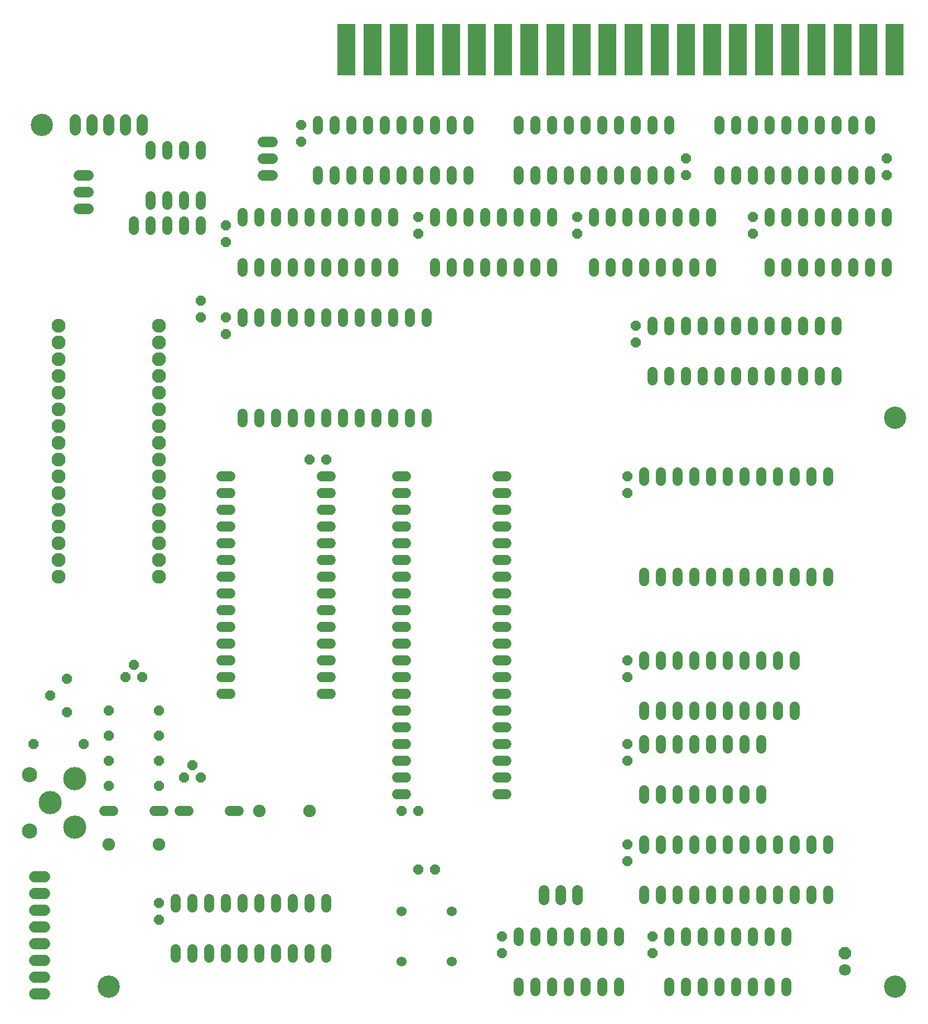
<source format=gts>
G04 EAGLE Gerber RS-274X export*
G75*
%MOMM*%
%FSLAX34Y34*%
%LPD*%
%INSoldermask Top*%
%IPPOS*%
%AMOC8*
5,1,8,0,0,1.08239X$1,22.5*%
G01*
%ADD10C,3.378200*%
%ADD11C,1.524000*%
%ADD12P,1.649562X8X292.500000*%
%ADD13P,1.951982X8X112.500000*%
%ADD14C,1.803400*%
%ADD15R,2.743200X7.823200*%
%ADD16C,1.524000*%
%ADD17C,1.625600*%
%ADD18C,1.903200*%
%ADD19P,1.649562X8X22.500000*%
%ADD20P,1.649562X8X202.500000*%
%ADD21C,2.108200*%
%ADD22C,3.519200*%
%ADD23C,2.303200*%
%ADD24C,1.727200*%
%ADD25P,1.649562X8X112.500000*%


D10*
X1473200Y-546100D03*
X1473200Y317500D03*
X279400Y-546100D03*
X177800Y762000D03*
D11*
X1104900Y387604D02*
X1104900Y374396D01*
X1130300Y374396D02*
X1130300Y387604D01*
X1155700Y387604D02*
X1155700Y374396D01*
X1181100Y374396D02*
X1181100Y387604D01*
X1206500Y387604D02*
X1206500Y374396D01*
X1231900Y374396D02*
X1231900Y387604D01*
X1257300Y387604D02*
X1257300Y374396D01*
X1282700Y374396D02*
X1282700Y387604D01*
X1308100Y387604D02*
X1308100Y374396D01*
X1333500Y374396D02*
X1333500Y387604D01*
X1358900Y387604D02*
X1358900Y374396D01*
X1384300Y374396D02*
X1384300Y387604D01*
X1384300Y450596D02*
X1384300Y463804D01*
X1358900Y463804D02*
X1358900Y450596D01*
X1333500Y450596D02*
X1333500Y463804D01*
X1308100Y463804D02*
X1308100Y450596D01*
X1282700Y450596D02*
X1282700Y463804D01*
X1257300Y463804D02*
X1257300Y450596D01*
X1231900Y450596D02*
X1231900Y463804D01*
X1206500Y463804D02*
X1206500Y450596D01*
X1181100Y450596D02*
X1181100Y463804D01*
X1155700Y463804D02*
X1155700Y450596D01*
X1130300Y450596D02*
X1130300Y463804D01*
X1104900Y463804D02*
X1104900Y450596D01*
D12*
X1066800Y-50800D03*
X1066800Y-76200D03*
X1066800Y-177800D03*
X1066800Y-203200D03*
D13*
X1397000Y-495300D03*
D14*
X1397000Y-520700D03*
D15*
X1472692Y876300D03*
X1433068Y876300D03*
X1393444Y876300D03*
X1353820Y876300D03*
X1314196Y876300D03*
X1274572Y876300D03*
X1234948Y876300D03*
X1195324Y876300D03*
X1155700Y876300D03*
X1076452Y876300D03*
X1116076Y876300D03*
X1036828Y876300D03*
X997204Y876300D03*
X957580Y876300D03*
X917956Y876300D03*
X878332Y876300D03*
X838708Y876300D03*
X799084Y876300D03*
X759460Y876300D03*
X719836Y876300D03*
X680212Y876300D03*
X640588Y876300D03*
D11*
X1282700Y552704D02*
X1282700Y539496D01*
X1308100Y539496D02*
X1308100Y552704D01*
X1435100Y552704D02*
X1435100Y539496D01*
X1460500Y539496D02*
X1460500Y552704D01*
X1333500Y552704D02*
X1333500Y539496D01*
X1358900Y539496D02*
X1358900Y552704D01*
X1409700Y552704D02*
X1409700Y539496D01*
X1384300Y539496D02*
X1384300Y552704D01*
X1460500Y615696D02*
X1460500Y628904D01*
X1435100Y628904D02*
X1435100Y615696D01*
X1409700Y615696D02*
X1409700Y628904D01*
X1384300Y628904D02*
X1384300Y615696D01*
X1358900Y615696D02*
X1358900Y628904D01*
X1333500Y628904D02*
X1333500Y615696D01*
X1308100Y615696D02*
X1308100Y628904D01*
X1282700Y628904D02*
X1282700Y615696D01*
X1016000Y552704D02*
X1016000Y539496D01*
X1041400Y539496D02*
X1041400Y552704D01*
X1168400Y552704D02*
X1168400Y539496D01*
X1193800Y539496D02*
X1193800Y552704D01*
X1066800Y552704D02*
X1066800Y539496D01*
X1092200Y539496D02*
X1092200Y552704D01*
X1143000Y552704D02*
X1143000Y539496D01*
X1117600Y539496D02*
X1117600Y552704D01*
X1193800Y615696D02*
X1193800Y628904D01*
X1168400Y628904D02*
X1168400Y615696D01*
X1143000Y615696D02*
X1143000Y628904D01*
X1117600Y628904D02*
X1117600Y615696D01*
X1092200Y615696D02*
X1092200Y628904D01*
X1066800Y628904D02*
X1066800Y615696D01*
X1041400Y615696D02*
X1041400Y628904D01*
X1016000Y628904D02*
X1016000Y615696D01*
X774700Y552704D02*
X774700Y539496D01*
X800100Y539496D02*
X800100Y552704D01*
X927100Y552704D02*
X927100Y539496D01*
X952500Y539496D02*
X952500Y552704D01*
X825500Y552704D02*
X825500Y539496D01*
X850900Y539496D02*
X850900Y552704D01*
X901700Y552704D02*
X901700Y539496D01*
X876300Y539496D02*
X876300Y552704D01*
X952500Y615696D02*
X952500Y628904D01*
X927100Y628904D02*
X927100Y615696D01*
X901700Y615696D02*
X901700Y628904D01*
X876300Y628904D02*
X876300Y615696D01*
X850900Y615696D02*
X850900Y628904D01*
X825500Y628904D02*
X825500Y615696D01*
X800100Y615696D02*
X800100Y628904D01*
X774700Y628904D02*
X774700Y615696D01*
X482600Y324104D02*
X482600Y310896D01*
X508000Y310896D02*
X508000Y324104D01*
X533400Y324104D02*
X533400Y310896D01*
X558800Y310896D02*
X558800Y324104D01*
X584200Y324104D02*
X584200Y310896D01*
X609600Y310896D02*
X609600Y324104D01*
X635000Y324104D02*
X635000Y310896D01*
X660400Y310896D02*
X660400Y324104D01*
X685800Y324104D02*
X685800Y310896D01*
X711200Y310896D02*
X711200Y324104D01*
X736600Y324104D02*
X736600Y310896D01*
X762000Y310896D02*
X762000Y324104D01*
X762000Y463296D02*
X762000Y476504D01*
X736600Y476504D02*
X736600Y463296D01*
X711200Y463296D02*
X711200Y476504D01*
X685800Y476504D02*
X685800Y463296D01*
X660400Y463296D02*
X660400Y476504D01*
X635000Y476504D02*
X635000Y463296D01*
X609600Y463296D02*
X609600Y476504D01*
X584200Y476504D02*
X584200Y463296D01*
X558800Y463296D02*
X558800Y476504D01*
X533400Y476504D02*
X533400Y463296D01*
X508000Y463296D02*
X508000Y476504D01*
X482600Y476504D02*
X482600Y463296D01*
X717296Y228600D02*
X730504Y228600D01*
X730504Y203200D02*
X717296Y203200D01*
X717296Y76200D02*
X730504Y76200D01*
X730504Y50800D02*
X717296Y50800D01*
X717296Y177800D02*
X730504Y177800D01*
X730504Y152400D02*
X717296Y152400D01*
X717296Y101600D02*
X730504Y101600D01*
X730504Y127000D02*
X717296Y127000D01*
X717296Y25400D02*
X730504Y25400D01*
X730504Y0D02*
X717296Y0D01*
X717296Y-25400D02*
X730504Y-25400D01*
X730504Y-50800D02*
X717296Y-50800D01*
X717296Y-76200D02*
X730504Y-76200D01*
X730504Y-101600D02*
X717296Y-101600D01*
X717296Y-127000D02*
X730504Y-127000D01*
X730504Y-152400D02*
X717296Y-152400D01*
X717296Y-177800D02*
X730504Y-177800D01*
X730504Y-203200D02*
X717296Y-203200D01*
X717296Y-228600D02*
X730504Y-228600D01*
X730504Y-254000D02*
X717296Y-254000D01*
X869696Y-254000D02*
X882904Y-254000D01*
X882904Y-228600D02*
X869696Y-228600D01*
X869696Y-203200D02*
X882904Y-203200D01*
X882904Y-177800D02*
X869696Y-177800D01*
X869696Y-152400D02*
X882904Y-152400D01*
X882904Y-127000D02*
X869696Y-127000D01*
X869696Y-101600D02*
X882904Y-101600D01*
X882904Y-76200D02*
X869696Y-76200D01*
X869696Y-50800D02*
X882904Y-50800D01*
X882904Y-25400D02*
X869696Y-25400D01*
X869696Y0D02*
X882904Y0D01*
X882904Y25400D02*
X869696Y25400D01*
X869696Y50800D02*
X882904Y50800D01*
X882904Y76200D02*
X869696Y76200D01*
X869696Y101600D02*
X882904Y101600D01*
X882904Y127000D02*
X869696Y127000D01*
X869696Y152400D02*
X882904Y152400D01*
X882904Y177800D02*
X869696Y177800D01*
X869696Y203200D02*
X882904Y203200D01*
X882904Y228600D02*
X869696Y228600D01*
X1092200Y82804D02*
X1092200Y69596D01*
X1117600Y69596D02*
X1117600Y82804D01*
X1244600Y82804D02*
X1244600Y69596D01*
X1270000Y69596D02*
X1270000Y82804D01*
X1143000Y82804D02*
X1143000Y69596D01*
X1168400Y69596D02*
X1168400Y82804D01*
X1219200Y82804D02*
X1219200Y69596D01*
X1193800Y69596D02*
X1193800Y82804D01*
X1295400Y82804D02*
X1295400Y69596D01*
X1320800Y69596D02*
X1320800Y82804D01*
X1346200Y82804D02*
X1346200Y69596D01*
X1371600Y69596D02*
X1371600Y82804D01*
X1371600Y221996D02*
X1371600Y235204D01*
X1346200Y235204D02*
X1346200Y221996D01*
X1320800Y221996D02*
X1320800Y235204D01*
X1295400Y235204D02*
X1295400Y221996D01*
X1270000Y221996D02*
X1270000Y235204D01*
X1244600Y235204D02*
X1244600Y221996D01*
X1219200Y221996D02*
X1219200Y235204D01*
X1193800Y235204D02*
X1193800Y221996D01*
X1168400Y221996D02*
X1168400Y235204D01*
X1143000Y235204D02*
X1143000Y221996D01*
X1117600Y221996D02*
X1117600Y235204D01*
X1092200Y235204D02*
X1092200Y221996D01*
X1092200Y-120396D02*
X1092200Y-133604D01*
X1117600Y-133604D02*
X1117600Y-120396D01*
X1244600Y-120396D02*
X1244600Y-133604D01*
X1270000Y-133604D02*
X1270000Y-120396D01*
X1143000Y-120396D02*
X1143000Y-133604D01*
X1168400Y-133604D02*
X1168400Y-120396D01*
X1219200Y-120396D02*
X1219200Y-133604D01*
X1193800Y-133604D02*
X1193800Y-120396D01*
X1295400Y-120396D02*
X1295400Y-133604D01*
X1320800Y-133604D02*
X1320800Y-120396D01*
X1320800Y-57404D02*
X1320800Y-44196D01*
X1295400Y-44196D02*
X1295400Y-57404D01*
X1270000Y-57404D02*
X1270000Y-44196D01*
X1244600Y-44196D02*
X1244600Y-57404D01*
X1219200Y-57404D02*
X1219200Y-44196D01*
X1193800Y-44196D02*
X1193800Y-57404D01*
X1168400Y-57404D02*
X1168400Y-44196D01*
X1143000Y-44196D02*
X1143000Y-57404D01*
X1117600Y-57404D02*
X1117600Y-44196D01*
X1092200Y-44196D02*
X1092200Y-57404D01*
X1092200Y-247396D02*
X1092200Y-260604D01*
X1117600Y-260604D02*
X1117600Y-247396D01*
X1244600Y-247396D02*
X1244600Y-260604D01*
X1270000Y-260604D02*
X1270000Y-247396D01*
X1143000Y-247396D02*
X1143000Y-260604D01*
X1168400Y-260604D02*
X1168400Y-247396D01*
X1219200Y-247396D02*
X1219200Y-260604D01*
X1193800Y-260604D02*
X1193800Y-247396D01*
X1270000Y-184404D02*
X1270000Y-171196D01*
X1244600Y-171196D02*
X1244600Y-184404D01*
X1219200Y-184404D02*
X1219200Y-171196D01*
X1193800Y-171196D02*
X1193800Y-184404D01*
X1168400Y-184404D02*
X1168400Y-171196D01*
X1143000Y-171196D02*
X1143000Y-184404D01*
X1117600Y-184404D02*
X1117600Y-171196D01*
X1092200Y-171196D02*
X1092200Y-184404D01*
X1092200Y-399796D02*
X1092200Y-413004D01*
X1117600Y-413004D02*
X1117600Y-399796D01*
X1143000Y-399796D02*
X1143000Y-413004D01*
X1168400Y-413004D02*
X1168400Y-399796D01*
X1193800Y-399796D02*
X1193800Y-413004D01*
X1219200Y-413004D02*
X1219200Y-399796D01*
X1244600Y-399796D02*
X1244600Y-413004D01*
X1270000Y-413004D02*
X1270000Y-399796D01*
X1295400Y-399796D02*
X1295400Y-413004D01*
X1320800Y-413004D02*
X1320800Y-399796D01*
X1346200Y-399796D02*
X1346200Y-413004D01*
X1371600Y-413004D02*
X1371600Y-399796D01*
X1371600Y-336804D02*
X1371600Y-323596D01*
X1346200Y-323596D02*
X1346200Y-336804D01*
X1320800Y-336804D02*
X1320800Y-323596D01*
X1295400Y-323596D02*
X1295400Y-336804D01*
X1270000Y-336804D02*
X1270000Y-323596D01*
X1244600Y-323596D02*
X1244600Y-336804D01*
X1219200Y-336804D02*
X1219200Y-323596D01*
X1193800Y-323596D02*
X1193800Y-336804D01*
X1168400Y-336804D02*
X1168400Y-323596D01*
X1143000Y-323596D02*
X1143000Y-336804D01*
X1117600Y-336804D02*
X1117600Y-323596D01*
X1092200Y-323596D02*
X1092200Y-336804D01*
X1130300Y-539496D02*
X1130300Y-552704D01*
X1155700Y-552704D02*
X1155700Y-539496D01*
X1282700Y-539496D02*
X1282700Y-552704D01*
X1308100Y-552704D02*
X1308100Y-539496D01*
X1181100Y-539496D02*
X1181100Y-552704D01*
X1206500Y-552704D02*
X1206500Y-539496D01*
X1257300Y-539496D02*
X1257300Y-552704D01*
X1231900Y-552704D02*
X1231900Y-539496D01*
X1308100Y-476504D02*
X1308100Y-463296D01*
X1282700Y-463296D02*
X1282700Y-476504D01*
X1257300Y-476504D02*
X1257300Y-463296D01*
X1231900Y-463296D02*
X1231900Y-476504D01*
X1206500Y-476504D02*
X1206500Y-463296D01*
X1181100Y-463296D02*
X1181100Y-476504D01*
X1155700Y-476504D02*
X1155700Y-463296D01*
X1130300Y-463296D02*
X1130300Y-476504D01*
D16*
X723900Y-508000D03*
X800100Y-508000D03*
X800100Y-431800D03*
X723900Y-431800D03*
D11*
X901700Y-539496D02*
X901700Y-552704D01*
X927100Y-552704D02*
X927100Y-539496D01*
X1054100Y-539496D02*
X1054100Y-552704D01*
X1054100Y-476504D02*
X1054100Y-463296D01*
X952500Y-539496D02*
X952500Y-552704D01*
X977900Y-552704D02*
X977900Y-539496D01*
X1028700Y-539496D02*
X1028700Y-552704D01*
X1003300Y-552704D02*
X1003300Y-539496D01*
X1028700Y-476504D02*
X1028700Y-463296D01*
X1003300Y-463296D02*
X1003300Y-476504D01*
X977900Y-476504D02*
X977900Y-463296D01*
X952500Y-463296D02*
X952500Y-476504D01*
X927100Y-476504D02*
X927100Y-463296D01*
X901700Y-463296D02*
X901700Y-476504D01*
D17*
X939800Y-413512D02*
X939800Y-399288D01*
X965200Y-399288D02*
X965200Y-413512D01*
X990600Y-413512D02*
X990600Y-399288D01*
D18*
X355600Y-330200D03*
X279400Y-330200D03*
D11*
X348996Y-279400D02*
X362204Y-279400D01*
X286004Y-279400D02*
X272796Y-279400D01*
X463296Y-279400D02*
X476504Y-279400D01*
X400304Y-279400D02*
X387096Y-279400D01*
D18*
X584200Y-279400D03*
X508000Y-279400D03*
D19*
X330200Y-76200D03*
X317500Y-57150D03*
X304800Y-76200D03*
X419100Y-228600D03*
X406400Y-209550D03*
X393700Y-228600D03*
X279400Y-127000D03*
X355600Y-127000D03*
D20*
X355600Y-165100D03*
X279400Y-165100D03*
X355600Y-203200D03*
X279400Y-203200D03*
D19*
X279400Y-241300D03*
X355600Y-241300D03*
D12*
X215900Y-128778D03*
X215900Y-78486D03*
X190500Y-103632D03*
D20*
X241300Y-177800D03*
X165100Y-177800D03*
D11*
X1435100Y755396D02*
X1435100Y768604D01*
X1409700Y768604D02*
X1409700Y755396D01*
X1282700Y755396D02*
X1282700Y768604D01*
X1257300Y768604D02*
X1257300Y755396D01*
X1384300Y755396D02*
X1384300Y768604D01*
X1358900Y768604D02*
X1358900Y755396D01*
X1308100Y755396D02*
X1308100Y768604D01*
X1333500Y768604D02*
X1333500Y755396D01*
X1231900Y755396D02*
X1231900Y768604D01*
X1206500Y768604D02*
X1206500Y755396D01*
X1206500Y692404D02*
X1206500Y679196D01*
X1231900Y679196D02*
X1231900Y692404D01*
X1257300Y692404D02*
X1257300Y679196D01*
X1282700Y679196D02*
X1282700Y692404D01*
X1308100Y692404D02*
X1308100Y679196D01*
X1333500Y679196D02*
X1333500Y692404D01*
X1358900Y692404D02*
X1358900Y679196D01*
X1384300Y679196D02*
X1384300Y692404D01*
X1409700Y692404D02*
X1409700Y679196D01*
X1435100Y679196D02*
X1435100Y692404D01*
X1130300Y755396D02*
X1130300Y768604D01*
X1104900Y768604D02*
X1104900Y755396D01*
X977900Y755396D02*
X977900Y768604D01*
X952500Y768604D02*
X952500Y755396D01*
X1079500Y755396D02*
X1079500Y768604D01*
X1054100Y768604D02*
X1054100Y755396D01*
X1003300Y755396D02*
X1003300Y768604D01*
X1028700Y768604D02*
X1028700Y755396D01*
X927100Y755396D02*
X927100Y768604D01*
X901700Y768604D02*
X901700Y755396D01*
X901700Y692404D02*
X901700Y679196D01*
X927100Y679196D02*
X927100Y692404D01*
X952500Y692404D02*
X952500Y679196D01*
X977900Y679196D02*
X977900Y692404D01*
X1003300Y692404D02*
X1003300Y679196D01*
X1028700Y679196D02*
X1028700Y692404D01*
X1054100Y692404D02*
X1054100Y679196D01*
X1079500Y679196D02*
X1079500Y692404D01*
X1104900Y692404D02*
X1104900Y679196D01*
X1130300Y679196D02*
X1130300Y692404D01*
D21*
X203200Y457200D03*
X203200Y431800D03*
X203200Y406400D03*
X203200Y381000D03*
X203200Y355600D03*
X203200Y330200D03*
X203200Y304800D03*
X203200Y279400D03*
X203200Y254000D03*
X203200Y228600D03*
X203200Y203200D03*
X203200Y177800D03*
X203200Y152400D03*
X203200Y127000D03*
X203200Y101600D03*
X203200Y76200D03*
X355600Y76200D03*
X355600Y101600D03*
X355600Y127000D03*
X355600Y152400D03*
X355600Y203200D03*
X355600Y228600D03*
X355600Y254000D03*
X355600Y279400D03*
X355600Y304800D03*
X355600Y330200D03*
X355600Y355600D03*
X355600Y381000D03*
X355600Y406400D03*
X355600Y431800D03*
X355600Y457200D03*
X355600Y177800D03*
D17*
X513588Y736600D02*
X527812Y736600D01*
X527812Y711200D02*
X513588Y711200D01*
X513588Y685800D02*
X527812Y685800D01*
D11*
X482600Y552704D02*
X482600Y539496D01*
X508000Y539496D02*
X508000Y552704D01*
X635000Y552704D02*
X635000Y539496D01*
X660400Y539496D02*
X660400Y552704D01*
X533400Y552704D02*
X533400Y539496D01*
X558800Y539496D02*
X558800Y552704D01*
X609600Y552704D02*
X609600Y539496D01*
X584200Y539496D02*
X584200Y552704D01*
X685800Y552704D02*
X685800Y539496D01*
X711200Y539496D02*
X711200Y552704D01*
X711200Y615696D02*
X711200Y628904D01*
X685800Y628904D02*
X685800Y615696D01*
X660400Y615696D02*
X660400Y628904D01*
X635000Y628904D02*
X635000Y615696D01*
X609600Y615696D02*
X609600Y628904D01*
X584200Y628904D02*
X584200Y615696D01*
X558800Y615696D02*
X558800Y628904D01*
X533400Y628904D02*
X533400Y615696D01*
X508000Y615696D02*
X508000Y628904D01*
X482600Y628904D02*
X482600Y615696D01*
X596900Y679196D02*
X596900Y692404D01*
X622300Y692404D02*
X622300Y679196D01*
X749300Y679196D02*
X749300Y692404D01*
X774700Y692404D02*
X774700Y679196D01*
X647700Y679196D02*
X647700Y692404D01*
X673100Y692404D02*
X673100Y679196D01*
X723900Y679196D02*
X723900Y692404D01*
X698500Y692404D02*
X698500Y679196D01*
X800100Y679196D02*
X800100Y692404D01*
X825500Y692404D02*
X825500Y679196D01*
X825500Y755396D02*
X825500Y768604D01*
X800100Y768604D02*
X800100Y755396D01*
X774700Y755396D02*
X774700Y768604D01*
X749300Y768604D02*
X749300Y755396D01*
X723900Y755396D02*
X723900Y768604D01*
X698500Y768604D02*
X698500Y755396D01*
X673100Y755396D02*
X673100Y768604D01*
X647700Y768604D02*
X647700Y755396D01*
X622300Y755396D02*
X622300Y768604D01*
X596900Y768604D02*
X596900Y755396D01*
D22*
X190500Y-266700D03*
X227500Y-229700D03*
X227500Y-303700D03*
D23*
X159500Y-224200D03*
X159500Y-309200D03*
D11*
X342900Y641096D02*
X342900Y654304D01*
X368300Y654304D02*
X368300Y641096D01*
X393700Y641096D02*
X393700Y654304D01*
X419100Y654304D02*
X419100Y641096D01*
X419100Y717296D02*
X419100Y730504D01*
X393700Y730504D02*
X393700Y717296D01*
X368300Y717296D02*
X368300Y730504D01*
X342900Y730504D02*
X342900Y717296D01*
X317500Y616204D02*
X317500Y602996D01*
X342900Y602996D02*
X342900Y616204D01*
X368300Y616204D02*
X368300Y602996D01*
X393700Y602996D02*
X393700Y616204D01*
X419100Y616204D02*
X419100Y602996D01*
D17*
X248412Y635000D02*
X234188Y635000D01*
X234188Y660400D02*
X248412Y660400D01*
X248412Y685800D02*
X234188Y685800D01*
D24*
X228600Y754380D02*
X228600Y769620D01*
X254000Y769620D02*
X254000Y754380D01*
X279400Y754380D02*
X279400Y769620D01*
X304800Y769620D02*
X304800Y754380D01*
X330200Y754380D02*
X330200Y769620D01*
D11*
X381000Y-488696D02*
X381000Y-501904D01*
X406400Y-501904D02*
X406400Y-488696D01*
X533400Y-488696D02*
X533400Y-501904D01*
X558800Y-501904D02*
X558800Y-488696D01*
X431800Y-488696D02*
X431800Y-501904D01*
X457200Y-501904D02*
X457200Y-488696D01*
X508000Y-488696D02*
X508000Y-501904D01*
X482600Y-501904D02*
X482600Y-488696D01*
X584200Y-488696D02*
X584200Y-501904D01*
X609600Y-501904D02*
X609600Y-488696D01*
X609600Y-425704D02*
X609600Y-412496D01*
X584200Y-412496D02*
X584200Y-425704D01*
X558800Y-425704D02*
X558800Y-412496D01*
X533400Y-412496D02*
X533400Y-425704D01*
X508000Y-425704D02*
X508000Y-412496D01*
X482600Y-412496D02*
X482600Y-425704D01*
X457200Y-425704D02*
X457200Y-412496D01*
X431800Y-412496D02*
X431800Y-425704D01*
X406400Y-425704D02*
X406400Y-412496D01*
X381000Y-412496D02*
X381000Y-425704D01*
D12*
X457200Y609600D03*
X457200Y584200D03*
X749300Y622300D03*
X749300Y596900D03*
X990600Y622300D03*
X990600Y596900D03*
X1257300Y622300D03*
X1257300Y596900D03*
X1079500Y457200D03*
X1079500Y431800D03*
X457200Y469900D03*
X457200Y444500D03*
D19*
X723900Y-279400D03*
X749300Y-279400D03*
D12*
X1066800Y228600D03*
X1066800Y203200D03*
D25*
X1460500Y685800D03*
X1460500Y711200D03*
D20*
X609600Y254000D03*
X584200Y254000D03*
D12*
X1104900Y-469900D03*
X1104900Y-495300D03*
X1066800Y-330200D03*
X1066800Y-355600D03*
X355600Y-419100D03*
X355600Y-444500D03*
D19*
X749300Y-368300D03*
X774700Y-368300D03*
D12*
X876300Y-469900D03*
X876300Y-495300D03*
D25*
X419100Y469900D03*
X419100Y495300D03*
D24*
X182372Y-378968D02*
X167132Y-378968D01*
X167132Y-404368D02*
X182372Y-404368D01*
X182372Y-429768D02*
X167132Y-429768D01*
X167132Y-455168D02*
X182372Y-455168D01*
X182372Y-480568D02*
X167132Y-480568D01*
X167132Y-505968D02*
X182372Y-505968D01*
X182372Y-531368D02*
X167132Y-531368D01*
X167132Y-556768D02*
X182372Y-556768D01*
D12*
X571500Y762000D03*
X571500Y736600D03*
D25*
X1155700Y685800D03*
X1155700Y711200D03*
D11*
X463804Y228600D02*
X450596Y228600D01*
X450596Y203200D02*
X463804Y203200D01*
X463804Y177800D02*
X450596Y177800D01*
X450596Y152400D02*
X463804Y152400D01*
X463804Y127000D02*
X450596Y127000D01*
X450596Y101600D02*
X463804Y101600D01*
X463804Y76200D02*
X450596Y76200D01*
X450596Y50800D02*
X463804Y50800D01*
X463804Y25400D02*
X450596Y25400D01*
X450596Y0D02*
X463804Y0D01*
X463804Y-25400D02*
X450596Y-25400D01*
X450596Y-50800D02*
X463804Y-50800D01*
X463804Y-76200D02*
X450596Y-76200D01*
X450596Y-101600D02*
X463804Y-101600D01*
X602996Y-101600D02*
X616204Y-101600D01*
X616204Y-76200D02*
X602996Y-76200D01*
X602996Y-50800D02*
X616204Y-50800D01*
X616204Y-25400D02*
X602996Y-25400D01*
X602996Y0D02*
X616204Y0D01*
X616204Y25400D02*
X602996Y25400D01*
X602996Y50800D02*
X616204Y50800D01*
X616204Y76200D02*
X602996Y76200D01*
X602996Y101600D02*
X616204Y101600D01*
X616204Y127000D02*
X602996Y127000D01*
X602996Y152400D02*
X616204Y152400D01*
X616204Y177800D02*
X602996Y177800D01*
X602996Y203200D02*
X616204Y203200D01*
X616204Y228600D02*
X602996Y228600D01*
M02*

</source>
